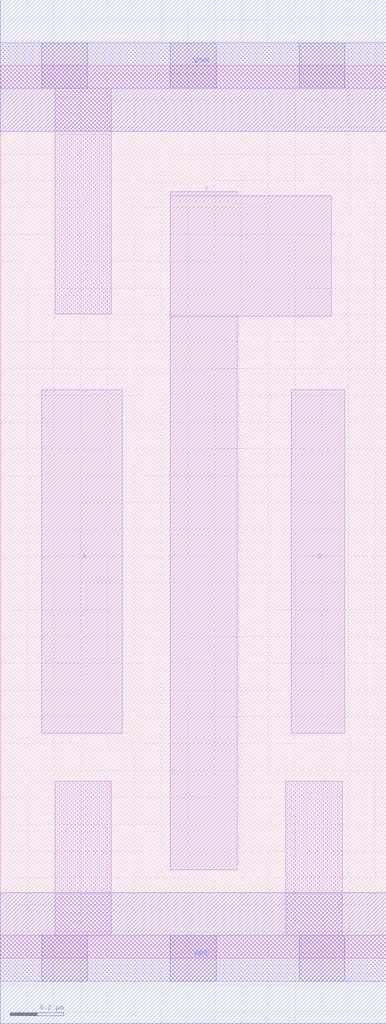
<source format=lef>
# Copyright 2020 The SkyWater PDK Authors
#
# Licensed under the Apache License, Version 2.0 (the "License");
# you may not use this file except in compliance with the License.
# You may obtain a copy of the License at
#
#     https://www.apache.org/licenses/LICENSE-2.0
#
# Unless required by applicable law or agreed to in writing, software
# distributed under the License is distributed on an "AS IS" BASIS,
# WITHOUT WARRANTIES OR CONDITIONS OF ANY KIND, either express or implied.
# See the License for the specific language governing permissions and
# limitations under the License.
#
# SPDX-License-Identifier: Apache-2.0

VERSION 5.7 ;
  NAMESCASESENSITIVE ON ;
  NOWIREEXTENSIONATPIN ON ;
  DIVIDERCHAR "/" ;
  BUSBITCHARS "[]" ;
UNITS
  DATABASE MICRONS 200 ;
END UNITS
MACRO sky130_fd_sc_lp__nor2_m
  CLASS CORE ;
  SOURCE USER ;
  FOREIGN sky130_fd_sc_lp__nor2_m ;
  ORIGIN  0.000000  0.000000 ;
  SIZE  1.440000 BY  3.330000 ;
  SYMMETRY X Y R90 ;
  SITE unit ;
  PIN A
    ANTENNAGATEAREA  0.126000 ;
    DIRECTION INPUT ;
    USE SIGNAL ;
    PORT
      LAYER li1 ;
        RECT 0.155000 0.840000 0.455000 2.120000 ;
    END
  END A
  PIN B
    ANTENNAGATEAREA  0.126000 ;
    DIRECTION INPUT ;
    USE SIGNAL ;
    PORT
      LAYER li1 ;
        RECT 1.085000 0.840000 1.285000 2.120000 ;
    END
  END B
  PIN Y
    ANTENNADIFFAREA  0.228900 ;
    DIRECTION OUTPUT ;
    USE SIGNAL ;
    PORT
      LAYER li1 ;
        RECT 0.635000 0.330000 0.885000 2.395000 ;
        RECT 0.635000 2.395000 1.235000 2.845000 ;
        RECT 0.635000 2.845000 0.885000 2.860000 ;
    END
  END Y
  PIN VGND
    DIRECTION INOUT ;
    USE GROUND ;
    PORT
      LAYER met1 ;
        RECT 0.000000 -0.245000 1.440000 0.245000 ;
    END
  END VGND
  PIN VPWR
    DIRECTION INOUT ;
    USE POWER ;
    PORT
      LAYER met1 ;
        RECT 0.000000 3.085000 1.440000 3.575000 ;
    END
  END VPWR
  OBS
    LAYER li1 ;
      RECT 0.000000 -0.085000 1.440000 0.085000 ;
      RECT 0.000000  3.245000 1.440000 3.415000 ;
      RECT 0.205000  0.085000 0.415000 0.660000 ;
      RECT 0.205000  2.405000 0.415000 3.245000 ;
      RECT 1.065000  0.085000 1.275000 0.660000 ;
    LAYER mcon ;
      RECT 0.155000 -0.085000 0.325000 0.085000 ;
      RECT 0.155000  3.245000 0.325000 3.415000 ;
      RECT 0.635000 -0.085000 0.805000 0.085000 ;
      RECT 0.635000  3.245000 0.805000 3.415000 ;
      RECT 1.115000 -0.085000 1.285000 0.085000 ;
      RECT 1.115000  3.245000 1.285000 3.415000 ;
  END
END sky130_fd_sc_lp__nor2_m

</source>
